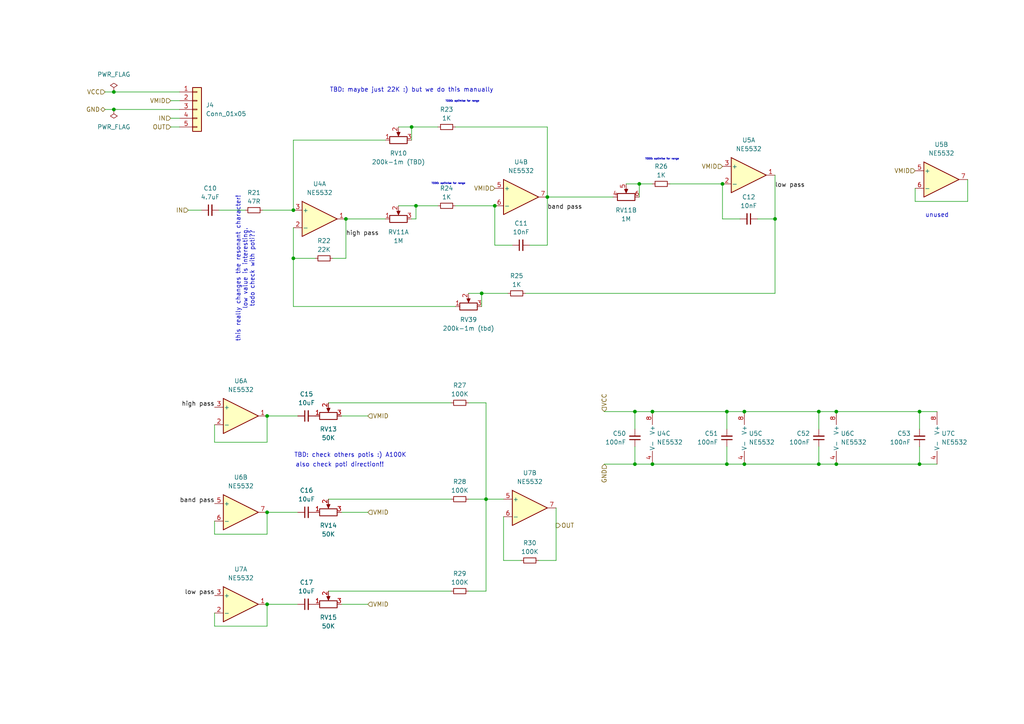
<source format=kicad_sch>
(kicad_sch (version 20231120) (generator "eeschema") (generator_version "8.0")
  (paper "A4")
  (lib_symbols
    (symbol "Amplifier_Operational:NE5532" (pin_names (offset 0.127))
      (property "Reference" "U" (at 0 5.08 0))
      (property "Value" "NE5532" (at 0 -5.08 0))
      (symbol "NE5532_1_1"
        (polyline (pts (xy -5.08 5.08) (xy 5.08 0) (xy -5.08 -5.08) (xy -5.08 5.08)) (stroke (width 0.254)) (fill (type background)))
        (pin output line (at 7.62 0 180) (length 2.54) (name "~") (number "1"))
        (pin input line (at -7.62 -2.54 0) (length 2.54) (name "-") (number "2"))
        (pin input line (at -7.62 2.54 0) (length 2.54) (name "+") (number "3"))
      )
      (symbol "NE5532_2_1"
        (polyline (pts (xy -5.08 5.08) (xy 5.08 0) (xy -5.08 -5.08) (xy -5.08 5.08)) (stroke (width 0.254)) (fill (type background)))
        (pin input line (at -7.62 2.54 0) (length 2.54) (name "+") (number "5"))
        (pin input line (at -7.62 -2.54 0) (length 2.54) (name "-") (number "6"))
        (pin output line (at 7.62 0 180) (length 2.54) (name "~") (number "7"))
      )
      (symbol "NE5532_3_1"
        (pin power_in line (at -2.54 -7.62 90) (length 3.81) (name "V-") (number "4"))
        (pin power_in line (at -2.54 7.62 270) (length 3.81) (name "V+") (number "8"))
      )
    )
    (symbol "Connector_Generic:Conn_01x05" (pin_names (offset 1.016) hide)
      (property "Reference" "J" (at 0 7.62 0))
      (property "Value" "Conn_01x05" (at 0 -7.62 0))
      (symbol "Conn_01x05_1_1"
        (rectangle (start -1.27 -4.953) (end 0 -5.207) (stroke (width 0.1524)))
        (rectangle (start -1.27 -2.413) (end 0 -2.667) (stroke (width 0.1524)))
        (rectangle (start -1.27 0.127) (end 0 -0.127) (stroke (width 0.1524)))
        (rectangle (start -1.27 2.667) (end 0 2.413) (stroke (width 0.1524)))
        (rectangle (start -1.27 5.207) (end 0 4.953) (stroke (width 0.1524)))
        (rectangle (start -1.27 6.35) (end 1.27 -6.35) (stroke (width 0.254)) (fill (type background)))
        (pin passive line (at -5.08 5.08 0) (length 3.81) (name "Pin_1") (number "1"))
        (pin passive line (at -5.08 2.54 0) (length 3.81) (name "Pin_2") (number "2"))
        (pin passive line (at -5.08 0 0) (length 3.81) (name "Pin_3") (number "3"))
        (pin passive line (at -5.08 -2.54 0) (length 3.81) (name "Pin_4") (number "4"))
        (pin passive line (at -5.08 -5.08 0) (length 3.81) (name "Pin_5") (number "5"))
      )
    )
    (symbol "Device:C_Small" (pin_numbers hide) (pin_names (offset 0.254) hide)
      (property "Reference" "C" (at 0.254 1.778 0))
      (property "Value" "C_Small" (at 0.254 -2.032 0))
      (symbol "C_Small_0_1"
        (polyline (pts (xy -1.524 -0.508) (xy 1.524 -0.508)) (stroke (width 0.3302)))
        (polyline (pts (xy -1.524 0.508) (xy 1.524 0.508)) (stroke (width 0.3048)))
      )
      (symbol "C_Small_1_1"
        (pin passive line (at 0 2.54 270) (length 2.032) (name "~") (number "1"))
        (pin passive line (at 0 -2.54 90) (length 2.032) (name "~") (number "2"))
      )
    )
    (symbol "Device:R_Potentiometer" (pin_names (offset 1.016) hide)
      (property "Reference" "RV" (at -4.445 0 90))
      (property "Value" "R_Potentiometer" (at -2.54 0 90))
      (symbol "R_Potentiometer_0_1"
        (polyline (pts (xy 2.54 0) (xy 1.524 0)))
        (polyline (pts (xy 1.143 0) (xy 2.286 0.508) (xy 2.286 -0.508) (xy 1.143 0)) (fill (type outline)))
        (rectangle (start 1.016 2.54) (end -1.016 -2.54) (stroke (width 0.254)))
      )
      (symbol "R_Potentiometer_1_1"
        (pin passive line (at 0 3.81 270) (length 1.27) (name "1") (number "1"))
        (pin passive line (at 3.81 0 180) (length 1.27) (name "2") (number "2"))
        (pin passive line (at 0 -3.81 90) (length 1.27) (name "3") (number "3"))
      )
    )
    (symbol "Device:R_Potentiometer_Dual_Separate" (pin_names (offset 1.016) hide)
      (property "Reference" "RV" (at -4.445 0 90))
      (property "Value" "R_Potentiometer_Dual_Separate" (at -2.54 0 90))
      (symbol "R_Potentiometer_Dual_Separate_0_1"
        (polyline (pts (xy 2.54 0) (xy 1.524 0)))
        (polyline (pts (xy 1.143 0) (xy 2.286 0.508) (xy 2.286 -0.508) (xy 1.143 0)) (fill (type outline)))
        (rectangle (start 1.016 2.54) (end -1.016 -2.54) (stroke (width 0.254)))
      )
      (symbol "R_Potentiometer_Dual_Separate_1_1"
        (pin passive line (at 0 3.81 270) (length 1.27) (name "1") (number "1"))
        (pin passive line (at 3.81 0 180) (length 1.27) (name "2") (number "2"))
        (pin passive line (at 0 -3.81 90) (length 1.27) (name "3") (number "3"))
      )
      (symbol "R_Potentiometer_Dual_Separate_2_1"
        (pin passive line (at 0 3.81 270) (length 1.27) (name "4") (number "4"))
        (pin passive line (at 3.81 0 180) (length 1.27) (name "5") (number "5"))
        (pin passive line (at 0 -3.81 90) (length 1.27) (name "6") (number "6"))
      )
    )
    (symbol "Device:R_Small" (pin_numbers hide) (pin_names (offset 0.254) hide)
      (property "Reference" "R" (at 0.762 0.508 0))
      (property "Value" "R_Small" (at 0.762 -1.016 0))
      (symbol "R_Small_0_1"
        (rectangle (start -0.762 1.778) (end 0.762 -1.778) (stroke (width 0.2032)))
      )
      (symbol "R_Small_1_1"
        (pin passive line (at 0 2.54 270) (length 0.762) (name "~") (number "1"))
        (pin passive line (at 0 -2.54 90) (length 0.762) (name "~") (number "2"))
      )
    )
    (symbol "power:PWR_FLAG" (power) (pin_numbers hide) (pin_names (offset 0) hide)
      (property "Value" "PWR_FLAG" (at 0 3.81 0))
      (symbol "PWR_FLAG_0_0"
        (pin power_out line (at 0 0 90) (length 0) (name "~") (number "1"))
      )
      (symbol "PWR_FLAG_0_1"
        (polyline (pts (xy 0 0) (xy 0 1.27) (xy -1.016 1.905) (xy 0 2.54) (xy 1.016 1.905) (xy 0 1.27)))
      )
    )
  )
  (junction (at 266.7 119.38))
  (junction (at 119.38 36.83))
  (junction (at 210.82 119.38))
  (junction (at 215.9 119.38))
  (junction (at 224.79 63.5))
  (junction (at 143.51 59.69))
  (junction (at 266.7 134.62))
  (junction (at 139.7 85.09))
  (junction (at 210.82 134.62))
  (junction (at 33.02 31.75))
  (junction (at 77.47 148.59))
  (junction (at 189.23 134.62))
  (junction (at 158.75 57.15))
  (junction (at 215.9 134.62))
  (junction (at 242.57 119.38))
  (junction (at 189.23 119.38))
  (junction (at 184.15 134.62))
  (junction (at 237.49 119.38))
  (junction (at 77.47 120.65))
  (junction (at 209.55 53.34))
  (junction (at 242.57 134.62))
  (junction (at 120.65 59.69))
  (junction (at 140.97 144.78))
  (junction (at 185.42 53.34))
  (junction (at 77.47 175.26))
  (junction (at 85.09 74.93))
  (junction (at 184.15 119.38))
  (junction (at 237.49 134.62))
  (junction (at 33.02 26.67))
  (junction (at 85.09 60.96))
  (junction (at 100.33 63.5))
  (wire (pts (xy 266.7 119.38) (xy 271.78 119.38)))
  (wire (pts (xy 120.65 59.69) (xy 127 59.69)))
  (wire (pts (xy 265.43 58.42) (xy 280.67 58.42)))
  (wire (pts (xy 62.23 123.19) (xy 62.23 128.27)))
  (wire (pts (xy 115.57 36.83) (xy 119.38 36.83)))
  (wire (pts (xy 152.4 85.09) (xy 224.79 85.09)))
  (wire (pts (xy 184.15 119.38) (xy 184.15 124.46)))
  (wire (pts (xy 77.47 148.59) (xy 77.47 154.94)))
  (wire (pts (xy 33.02 26.67) (xy 30.48 26.67)))
  (wire (pts (xy 62.23 151.13) (xy 62.23 154.94)))
  (wire (pts (xy 139.7 85.09) (xy 147.32 85.09)))
  (wire (pts (xy 175.26 134.62) (xy 184.15 134.62)))
  (wire (pts (xy 266.7 119.38) (xy 266.7 124.46)))
  (wire (pts (xy 130.81 171.45) (xy 95.25 171.45)))
  (wire (pts (xy 33.02 26.67) (xy 52.07 26.67)))
  (wire (pts (xy 215.9 119.38) (xy 237.49 119.38)))
  (wire (pts (xy 237.49 134.62) (xy 242.57 134.62)))
  (wire (pts (xy 58.42 60.96) (xy 54.61 60.96)))
  (wire (pts (xy 77.47 120.65) (xy 86.36 120.65)))
  (wire (pts (xy 132.08 59.69) (xy 143.51 59.69)))
  (wire (pts (xy 85.09 74.93) (xy 91.44 74.93)))
  (wire (pts (xy 111.76 40.64) (xy 85.09 40.64)))
  (wire (pts (xy 266.7 129.54) (xy 266.7 134.62)))
  (wire (pts (xy 242.57 119.38) (xy 266.7 119.38)))
  (wire (pts (xy 209.55 53.34) (xy 209.55 63.5)))
  (wire (pts (xy 266.7 134.62) (xy 271.78 134.62)))
  (wire (pts (xy 140.97 144.78) (xy 140.97 171.45)))
  (wire (pts (xy 135.89 144.78) (xy 140.97 144.78)))
  (wire (pts (xy 132.08 36.83) (xy 158.75 36.83)))
  (wire (pts (xy 139.7 85.09) (xy 139.7 88.9)))
  (wire (pts (xy 120.65 63.5) (xy 120.65 59.69)))
  (wire (pts (xy 77.47 175.26) (xy 77.47 181.61)))
  (wire (pts (xy 143.51 71.12) (xy 148.59 71.12)))
  (wire (pts (xy 77.47 148.59) (xy 86.36 148.59)))
  (wire (pts (xy 140.97 144.78) (xy 146.05 144.78)))
  (wire (pts (xy 52.07 36.83) (xy 49.53 36.83)))
  (wire (pts (xy 146.05 149.86) (xy 146.05 162.56)))
  (wire (pts (xy 62.23 177.8) (xy 62.23 181.61)))
  (wire (pts (xy 135.89 116.84) (xy 140.97 116.84)))
  (wire (pts (xy 140.97 116.84) (xy 140.97 144.78)))
  (wire (pts (xy 62.23 154.94) (xy 77.47 154.94)))
  (wire (pts (xy 62.23 181.61) (xy 77.47 181.61)))
  (wire (pts (xy 210.82 129.54) (xy 210.82 134.62)))
  (wire (pts (xy 100.33 63.5) (xy 111.76 63.5)))
  (wire (pts (xy 237.49 129.54) (xy 237.49 134.62)))
  (wire (pts (xy 184.15 134.62) (xy 189.23 134.62)))
  (wire (pts (xy 224.79 63.5) (xy 224.79 50.8)))
  (wire (pts (xy 52.07 34.29) (xy 49.53 34.29)))
  (wire (pts (xy 265.43 54.61) (xy 265.43 58.42)))
  (wire (pts (xy 194.31 53.34) (xy 209.55 53.34)))
  (wire (pts (xy 158.75 57.15) (xy 177.8 57.15)))
  (wire (pts (xy 185.42 53.34) (xy 185.42 57.15)))
  (wire (pts (xy 135.89 85.09) (xy 139.7 85.09)))
  (wire (pts (xy 210.82 119.38) (xy 215.9 119.38)))
  (wire (pts (xy 85.09 74.93) (xy 85.09 88.9)))
  (wire (pts (xy 77.47 128.27) (xy 77.47 120.65)))
  (wire (pts (xy 52.07 29.21) (xy 49.53 29.21)))
  (wire (pts (xy 209.55 63.5) (xy 214.63 63.5)))
  (wire (pts (xy 106.68 148.59) (xy 99.06 148.59)))
  (wire (pts (xy 210.82 134.62) (xy 215.9 134.62)))
  (wire (pts (xy 85.09 88.9) (xy 132.08 88.9)))
  (wire (pts (xy 280.67 58.42) (xy 280.67 52.07)))
  (wire (pts (xy 189.23 119.38) (xy 210.82 119.38)))
  (wire (pts (xy 62.23 128.27) (xy 77.47 128.27)))
  (wire (pts (xy 119.38 36.83) (xy 127 36.83)))
  (wire (pts (xy 184.15 129.54) (xy 184.15 134.62)))
  (wire (pts (xy 215.9 134.62) (xy 237.49 134.62)))
  (wire (pts (xy 106.68 175.26) (xy 99.06 175.26)))
  (wire (pts (xy 237.49 119.38) (xy 237.49 124.46)))
  (wire (pts (xy 30.48 31.75) (xy 33.02 31.75)))
  (wire (pts (xy 219.71 63.5) (xy 224.79 63.5)))
  (wire (pts (xy 242.57 134.62) (xy 266.7 134.62)))
  (wire (pts (xy 77.47 175.26) (xy 86.36 175.26)))
  (wire (pts (xy 135.89 171.45) (xy 140.97 171.45)))
  (wire (pts (xy 71.12 60.96) (xy 63.5 60.96)))
  (wire (pts (xy 181.61 53.34) (xy 185.42 53.34)))
  (wire (pts (xy 153.67 71.12) (xy 158.75 71.12)))
  (wire (pts (xy 100.33 63.5) (xy 100.33 74.93)))
  (wire (pts (xy 158.75 57.15) (xy 158.75 71.12)))
  (wire (pts (xy 146.05 162.56) (xy 151.13 162.56)))
  (wire (pts (xy 96.52 74.93) (xy 100.33 74.93)))
  (wire (pts (xy 161.29 162.56) (xy 156.21 162.56)))
  (wire (pts (xy 175.26 119.38) (xy 184.15 119.38)))
  (wire (pts (xy 76.2 60.96) (xy 85.09 60.96)))
  (wire (pts (xy 115.57 59.69) (xy 120.65 59.69)))
  (wire (pts (xy 161.29 147.32) (xy 161.29 162.56)))
  (wire (pts (xy 143.51 59.69) (xy 143.51 71.12)))
  (wire (pts (xy 99.06 120.65) (xy 106.68 120.65)))
  (wire (pts (xy 119.38 36.83) (xy 119.38 40.64)))
  (wire (pts (xy 185.42 53.34) (xy 189.23 53.34)))
  (wire (pts (xy 210.82 119.38) (xy 210.82 124.46)))
  (wire (pts (xy 33.02 31.75) (xy 52.07 31.75)))
  (wire (pts (xy 224.79 85.09) (xy 224.79 63.5)))
  (wire (pts (xy 85.09 40.64) (xy 85.09 60.96)))
  (wire (pts (xy 184.15 119.38) (xy 189.23 119.38)))
  (wire (pts (xy 130.81 144.78) (xy 95.25 144.78)))
  (wire (pts (xy 237.49 119.38) (xy 242.57 119.38)))
  (wire (pts (xy 119.38 63.5) (xy 120.65 63.5)))
  (wire (pts (xy 130.81 116.84) (xy 95.25 116.84)))
  (wire (pts (xy 85.09 66.04) (xy 85.09 74.93)))
  (wire (pts (xy 158.75 36.83) (xy 158.75 57.15)))
  (wire (pts (xy 189.23 134.62) (xy 210.82 134.62)))
  (text "TODO: optimise for range\n" (at 130.048 53.34 0) (effects (font (size 0.508 0.508))))
  (text "TODO: optimise for range\n" (at 134.112 29.464 0) (effects (font (size 0.508 0.508))))
  (text "unused\n" (at 271.78 62.484 0) (effects (font (size 1.27 1.27))))
  (text "this really changes the resonant character!\nlow value is interesting.\ntodo check with poti??" (at 71.12 77.978 90) (effects (font (size 1.27 1.27))))
  (text "TBD: maybe just 22K :) but we do this manually\n" (at 119.38 26.162 0) (effects (font (size 1.27 1.27))))
  (text "also check poti direction!!" (at 98.552 134.874 0) (effects (font (size 1.27 1.27))))
  (text "TBD: check others potis :) A100K\n" (at 101.6 132.08 0) (effects (font (size 1.27 1.27))))
  (text "TODO: optimise for range\n" (at 192.024 46.228 0) (effects (font (size 0.508 0.508))))
  (label "low pass" (at 224.79 54.61 0))
  (label "band pass" (at 62.23 146.05 180))
  (label "high pass" (at 62.23 118.11 180))
  (label "high pass" (at 100.33 68.58 0))
  (label "low pass" (at 62.23 172.72 180))
  (label "band pass" (at 158.75 60.96 0))
  (hierarchical_label "VCC" (shape input) (at 30.48 26.67 180))
  (hierarchical_label "VMID" (shape input) (at 265.43 49.53 180))
  (hierarchical_label "IN" (shape input) (at 54.61 60.96 180))
  (hierarchical_label "VMID" (shape input) (at 106.68 120.65 0))
  (hierarchical_label "VMID" (shape input) (at 106.68 148.59 0))
  (hierarchical_label "OUT" (shape output) (at 161.29 152.4 0))
  (hierarchical_label "VCC" (shape input) (at 175.26 119.38 90))
  (hierarchical_label "VMID" (shape input) (at 106.68 175.26 0))
  (hierarchical_label "GND" (shape bidirectional) (at 30.48 31.75 180))
  (hierarchical_label "GND" (shape input) (at 175.26 134.62 270))
  (hierarchical_label "VMID" (shape input) (at 209.55 48.26 180))
  (hierarchical_label "VMID" (shape input) (at 49.53 29.21 180))
  (hierarchical_label "OUT" (shape input) (at 49.53 36.83 180))
  (hierarchical_label "IN" (shape input) (at 49.53 34.29 180))
  (hierarchical_label "VMID" (shape input) (at 143.51 54.61 180))
  (symbol (lib_id "Device:C_Small") (at 151.13 71.12 90) (unit 1)
    (property "Reference" "C11" (at 151.1363 64.77 90))
    (property "Value" "10nF" (at 151.1363 67.31 90))
    (property "Footprint" "Capacitor_SMD:C_0805_2012Metric" (effects (hide yes)))
    (property "Description" "Unpolarized capacitor, small symbol" (effects (hide yes)))
  )
  (symbol (lib_id "Device:R_Small") (at 73.66 60.96 90) (unit 1)
    (property "Reference" "R21" (at 73.66 55.88 90))
    (property "Value" "47R" (at 73.66 58.42 90))
    (property "Footprint" "Resistor_SMD:R_0603_1608Metric" (effects (hide yes)))
    (property "Description" "Resistor, small symbol" (effects (hide yes)))
  )
  (symbol (lib_id "Device:C_Small") (at 60.96 60.96 90) (unit 1)
    (property "Reference" "C10" (at 60.9663 54.61 90))
    (property "Value" "4.7uF" (at 60.9663 57.15 90))
    (property "Footprint" "Capacitor_SMD:C_0805_2012Metric" (effects (hide yes)))
    (property "Description" "Unpolarized capacitor, small symbol" (effects (hide yes)))
  )
  (symbol (lib_id "Device:R_Potentiometer_Dual_Separate") (at 115.57 63.5 90) (unit 1)
    (property "Reference" "RV11" (at 115.57 67.31 90))
    (property "Value" "1M" (at 115.57 69.85 90))
    (property "Footprint" "Potentiometer_THT:Potentiometer_Alpha_RD902F-40-00D_Dual_Vertical" (effects (hide yes)))
    (property "Description" "Dual potentiometer, separate units" (effects (hide yes)))
  )
  (symbol (lib_id "Connector_Generic:Conn_01x05") (at 57.15 31.75 0) (unit 1)
    (property "Reference" "J4" (at 59.69 30.4799 0) (effects (justify left)))
    (property "Value" "Conn_01x05" (at 59.69 33.0199 0) (effects (justify left)))
    (property "Footprint" "Connector_PinSocket_2.54mm:PinSocket_1x05_P2.54mm_Vertical" (effects (hide yes)))
    (property "Description" "Generic connector, single row, 01x05, script generated (kicad-library-utils/schlib/autogen/connector/)" (effects (hide yes)))
  )
  (symbol (lib_id "Device:R_Small") (at 129.54 36.83 90) (unit 1)
    (property "Reference" "R23" (at 129.54 31.75 90))
    (property "Value" "1K" (at 129.54 34.29 90))
    (property "Footprint" "Resistor_SMD:R_0603_1608Metric" (effects (hide yes)))
    (property "Description" "Resistor, small symbol" (effects (hide yes)))
  )
  (symbol (lib_id "Device:R_Small") (at 129.54 59.69 90) (unit 1)
    (property "Reference" "R24" (at 129.54 54.61 90))
    (property "Value" "1K" (at 129.54 57.15 90))
    (property "Footprint" "Resistor_SMD:R_0603_1608Metric" (effects (hide yes)))
    (property "Description" "Resistor, small symbol" (effects (hide yes)))
  )
  (symbol (lib_id "Device:C_Small") (at 88.9 148.59 90) (unit 1)
    (property "Reference" "C16" (at 88.9063 142.24 90))
    (property "Value" "10uF" (at 88.9063 144.78 90))
    (property "Footprint" "Capacitor_SMD:C_0805_2012Metric" (effects (hide yes)))
    (property "Description" "Unpolarized capacitor, small symbol" (effects (hide yes)))
  )
  (symbol (lib_id "Device:C_Small") (at 88.9 120.65 90) (unit 1)
    (property "Reference" "C15" (at 88.9063 114.3 90))
    (property "Value" "10uF" (at 88.9063 116.84 90))
    (property "Footprint" "Capacitor_SMD:C_0805_2012Metric" (effects (hide yes)))
    (property "Description" "Unpolarized capacitor, small symbol" (effects (hide yes)))
  )
  (symbol (lib_id "Device:R_Potentiometer") (at 95.25 175.26 90) (unit 1)
    (property "Reference" "RV15" (at 95.25 179.07 90))
    (property "Value" "50K" (at 95.25 181.61 90))
    (property "Footprint" "Potentiometer_THT:RV09AF-40-ALPHA-POT" (effects (hide yes)))
    (property "Description" "Potentiometer" (effects (hide yes)))
  )
  (symbol (lib_id "Amplifier_Operational:NE5532") (at 191.77 127 0) (unit 3)
    (property "Reference" "U4" (at 190.5 125.7299 0) (effects (justify left)))
    (property "Value" "NE5532" (at 190.5 128.2699 0) (effects (justify left)))
    (property "Footprint" "easyeda2kicad:SOIC-8_L4.9-W3.9-P1.27-LS6.0-BL" (effects (hide yes)))
    (property "Datasheet" "http://www.ti.com/lit/ds/symlink/ne5532.pdf" (effects (hide yes)))
    (property "Description" "Dual Low-Noise Operational Amplifiers, DIP-8/SOIC-8" (effects (hide yes)))
  )
  (symbol (lib_id "Device:R_Small") (at 133.35 116.84 90) (unit 1)
    (property "Reference" "R27" (at 133.35 111.76 90))
    (property "Value" "100K" (at 133.35 114.3 90))
    (property "Footprint" "Resistor_SMD:R_0603_1608Metric" (effects (hide yes)))
    (property "Description" "Resistor, small symbol" (effects (hide yes)))
  )
  (symbol (lib_id "Device:R_Small") (at 149.86 85.09 90) (unit 1)
    (property "Reference" "R25" (at 149.86 80.01 90))
    (property "Value" "1K" (at 149.86 82.55 90))
    (property "Footprint" "Resistor_SMD:R_0603_1608Metric" (effects (hide yes)))
    (property "Description" "Resistor, small symbol" (effects (hide yes)))
  )
  (symbol (lib_id "Device:R_Small") (at 133.35 144.78 90) (unit 1)
    (property "Reference" "R28" (at 133.35 139.7 90))
    (property "Value" "100K" (at 133.35 142.24 90))
    (property "Footprint" "Resistor_SMD:R_0603_1608Metric" (effects (hide yes)))
    (property "Description" "Resistor, small symbol" (effects (hide yes)))
  )
  (symbol (lib_id "power:PWR_FLAG") (at 33.02 31.75 180) (unit 1)
    (property "Reference" "#FLG03" (effects (hide yes)))
    (property "Value" "PWR_FLAG" (at 33.02 36.83 0))
    (property "Description" "Special symbol for telling ERC where power comes from" (effects (hide yes)))
  )
  (symbol (lib_id "Device:C_Small") (at 88.9 175.26 90) (unit 1)
    (property "Reference" "C17" (at 88.9063 168.91 90))
    (property "Value" "10uF" (at 88.9063 171.45 90))
    (property "Footprint" "Capacitor_SMD:C_0805_2012Metric" (effects (hide yes)))
    (property "Description" "Unpolarized capacitor, small symbol" (effects (hide yes)))
  )
  (symbol (lib_id "Device:R_Potentiometer") (at 95.25 148.59 90) (unit 1)
    (property "Reference" "RV14" (at 95.25 152.4 90))
    (property "Value" "50K" (at 95.25 154.94 90))
    (property "Footprint" "Potentiometer_THT:RV09AF-40-ALPHA-POT" (effects (hide yes)))
    (property "Description" "Potentiometer" (effects (hide yes)))
  )
  (symbol (lib_id "Device:R_Potentiometer") (at 135.89 88.9 90) (unit 1)
    (property "Reference" "RV39" (at 135.89 92.71 90))
    (property "Value" "200k-1m (tbd)" (at 135.89 95.25 90))
    (property "Footprint" "Potentiometer_THT:RV09AF-40-ALPHA-POT" (effects (hide yes)))
    (property "Description" "Potentiometer" (effects (hide yes)))
  )
  (symbol (lib_id "Amplifier_Operational:NE5532") (at 153.67 147.32 0) (unit 2)
    (property "Reference" "U7" (at 153.67 137.16 0))
    (property "Value" "NE5532" (at 153.67 139.7 0))
    (property "Footprint" "easyeda2kicad:SOIC-8_L4.9-W3.9-P1.27-LS6.0-BL" (effects (hide yes)))
    (property "Datasheet" "http://www.ti.com/lit/ds/symlink/ne5532.pdf" (effects (hide yes)))
    (property "Description" "Dual Low-Noise Operational Amplifiers, DIP-8/SOIC-8" (effects (hide yes)))
  )
  (symbol (lib_id "Amplifier_Operational:NE5532") (at 273.05 52.07 0) (unit 2)
    (property "Reference" "U5" (at 273.05 41.91 0))
    (property "Value" "NE5532" (at 273.05 44.45 0))
    (property "Footprint" "easyeda2kicad:SOIC-8_L4.9-W3.9-P1.27-LS6.0-BL" (effects (hide yes)))
    (property "Datasheet" "http://www.ti.com/lit/ds/symlink/ne5532.pdf" (effects (hide yes)))
    (property "Description" "Dual Low-Noise Operational Amplifiers, DIP-8/SOIC-8" (effects (hide yes)))
  )
  (symbol (lib_id "power:PWR_FLAG") (at 33.02 26.67 0) (unit 1)
    (property "Reference" "#FLG05" (effects (hide yes)))
    (property "Value" "PWR_FLAG" (at 33.02 21.59 0))
    (property "Description" "Special symbol for telling ERC where power comes from" (effects (hide yes)))
  )
  (symbol (lib_id "Amplifier_Operational:NE5532") (at 92.71 63.5 0) (unit 1)
    (property "Reference" "U4" (at 92.71 53.34 0))
    (property "Value" "NE5532" (at 92.71 55.88 0))
    (property "Footprint" "easyeda2kicad:SOIC-8_L4.9-W3.9-P1.27-LS6.0-BL" (effects (hide yes)))
    (property "Datasheet" "http://www.ti.com/lit/ds/symlink/ne5532.pdf" (effects (hide yes)))
    (property "Description" "Dual Low-Noise Operational Amplifiers, DIP-8/SOIC-8" (effects (hide yes)))
  )
  (symbol (lib_id "Device:R_Small") (at 93.98 74.93 90) (unit 1)
    (property "Reference" "R22" (at 93.98 69.85 90))
    (property "Value" "22K" (at 93.98 72.39 90))
    (property "Footprint" "Resistor_SMD:R_0603_1608Metric" (effects (hide yes)))
    (property "Description" "Resistor, small symbol" (effects (hide yes)))
  )
  (symbol (lib_id "Device:R_Potentiometer_Dual_Separate") (at 181.61 57.15 90) (unit 2)
    (property "Reference" "RV11" (at 181.61 60.96 90))
    (property "Value" "1M" (at 181.61 63.5 90))
    (property "Footprint" "Potentiometer_THT:Potentiometer_Alpha_RD902F-40-00D_Dual_Vertical" (effects (hide yes)))
    (property "Description" "Dual potentiometer, separate units" (effects (hide yes)))
  )
  (symbol (lib_id "Device:C_Small") (at 266.7 127 0) (mirror x) (unit 1)
    (property "Reference" "C53" (at 264.16 125.7235 0) (effects (justify right)))
    (property "Value" "100nF" (at 264.16 128.2635 0) (effects (justify right)))
    (property "Footprint" "Capacitor_SMD:C_0805_2012Metric" (effects (hide yes)))
    (property "Description" "Unpolarized capacitor, small symbol" (effects (hide yes)))
  )
  (symbol (lib_id "Device:R_Small") (at 153.67 162.56 90) (unit 1)
    (property "Reference" "R30" (at 153.67 157.48 90))
    (property "Value" "100K" (at 153.67 160.02 90))
    (property "Footprint" "Resistor_SMD:R_0603_1608Metric" (effects (hide yes)))
    (property "Description" "Resistor, small symbol" (effects (hide yes)))
  )
  (symbol (lib_id "Device:R_Small") (at 133.35 171.45 90) (unit 1)
    (property "Reference" "R29" (at 133.35 166.37 90))
    (property "Value" "100K" (at 133.35 168.91 90))
    (property "Footprint" "Resistor_SMD:R_0603_1608Metric" (effects (hide yes)))
    (property "Description" "Resistor, small symbol" (effects (hide yes)))
  )
  (symbol (lib_id "Device:C_Small") (at 217.17 63.5 270) (unit 1)
    (property "Reference" "C12" (at 217.1636 57.15 90))
    (property "Value" "10nF" (at 217.1636 59.69 90))
    (property "Footprint" "Capacitor_SMD:C_0805_2012Metric" (effects (hide yes)))
    (property "Description" "Unpolarized capacitor, small symbol" (effects (hide yes)))
  )
  (symbol (lib_id "Amplifier_Operational:NE5532") (at 69.85 175.26 0) (unit 1)
    (property "Reference" "U7" (at 69.85 165.1 0))
    (property "Value" "NE5532" (at 69.85 167.64 0))
    (property "Footprint" "easyeda2kicad:SOIC-8_L4.9-W3.9-P1.27-LS6.0-BL" (effects (hide yes)))
    (property "Datasheet" "http://www.ti.com/lit/ds/symlink/ne5532.pdf" (effects (hide yes)))
    (property "Description" "Dual Low-Noise Operational Amplifiers, DIP-8/SOIC-8" (effects (hide yes)))
  )
  (symbol (lib_id "Amplifier_Operational:NE5532") (at 151.13 57.15 0) (unit 2)
    (property "Reference" "U4" (at 151.13 46.99 0))
    (property "Value" "NE5532" (at 151.13 49.53 0))
    (property "Footprint" "easyeda2kicad:SOIC-8_L4.9-W3.9-P1.27-LS6.0-BL" (effects (hide yes)))
    (property "Datasheet" "http://www.ti.com/lit/ds/symlink/ne5532.pdf" (effects (hide yes)))
    (property "Description" "Dual Low-Noise Operational Amplifiers, DIP-8/SOIC-8" (effects (hide yes)))
  )
  (symbol (lib_id "Device:R_Potentiometer") (at 95.25 120.65 90) (unit 1)
    (property "Reference" "RV13" (at 95.25 124.46 90))
    (property "Value" "50K" (at 95.25 127 90))
    (property "Footprint" "Potentiometer_THT:RV09AF-40-ALPHA-POT" (effects (hide yes)))
    (property "Description" "Potentiometer" (effects (hide yes)))
  )
  (symbol (lib_id "Device:C_Small") (at 210.82 127 0) (mirror x) (unit 1)
    (property "Reference" "C51" (at 208.28 125.7235 0) (effects (justify right)))
    (property "Value" "100nF" (at 208.28 128.2635 0) (effects (justify right)))
    (property "Footprint" "Capacitor_SMD:C_0805_2012Metric" (effects (hide yes)))
    (property "Description" "Unpolarized capacitor, small symbol" (effects (hide yes)))
  )
  (symbol (lib_id "Device:R_Potentiometer") (at 115.57 40.64 90) (unit 1)
    (property "Reference" "RV10" (at 115.57 44.45 90))
    (property "Value" "200k-1m (TBD)" (at 115.57 46.99 90))
    (property "Footprint" "Potentiometer_THT:RV09AF-40-ALPHA-POT" (effects (hide yes)))
    (property "Description" "Potentiometer" (effects (hide yes)))
  )
  (symbol (lib_id "Device:C_Small") (at 237.49 127 0) (mirror x) (unit 1)
    (property "Reference" "C52" (at 234.95 125.7235 0) (effects (justify right)))
    (property "Value" "100nF" (at 234.95 128.2635 0) (effects (justify right)))
    (property "Footprint" "Capacitor_SMD:C_0805_2012Metric" (effects (hide yes)))
    (property "Description" "Unpolarized capacitor, small symbol" (effects (hide yes)))
  )
  (symbol (lib_id "Amplifier_Operational:NE5532") (at 69.85 148.59 0) (unit 2)
    (property "Reference" "U6" (at 69.85 138.43 0))
    (property "Value" "NE5532" (at 69.85 140.97 0))
    (property "Footprint" "easyeda2kicad:SOIC-8_L4.9-W3.9-P1.27-LS6.0-BL" (effects (hide yes)))
    (property "Datasheet" "http://www.ti.com/lit/ds/symlink/ne5532.pdf" (effects (hide yes)))
    (property "Description" "Dual Low-Noise Operational Amplifiers, DIP-8/SOIC-8" (effects (hide yes)))
  )
  (symbol (lib_id "Amplifier_Operational:NE5532") (at 69.85 120.65 0) (unit 1)
    (property "Reference" "U6" (at 69.85 110.49 0))
    (property "Value" "NE5532" (at 69.85 113.03 0))
    (property "Footprint" "easyeda2kicad:SOIC-8_L4.9-W3.9-P1.27-LS6.0-BL" (effects (hide yes)))
    (property "Datasheet" "http://www.ti.com/lit/ds/symlink/ne5532.pdf" (effects (hide yes)))
    (property "Description" "Dual Low-Noise Operational Amplifiers, DIP-8/SOIC-8" (effects (hide yes)))
  )
  (symbol (lib_id "Amplifier_Operational:NE5532") (at 217.17 50.8 0) (unit 1)
    (property "Reference" "U5" (at 217.17 40.64 0))
    (property "Value" "NE5532" (at 217.17 43.18 0))
    (property "Footprint" "easyeda2kicad:SOIC-8_L4.9-W3.9-P1.27-LS6.0-BL" (effects (hide yes)))
    (property "Datasheet" "http://www.ti.com/lit/ds/symlink/ne5532.pdf" (effects (hide yes)))
    (property "Description" "Dual Low-Noise Operational Amplifiers, DIP-8/SOIC-8" (effects (hide yes)))
  )
  (symbol (lib_id "Device:C_Small") (at 184.15 127 0) (mirror x) (unit 1)
    (property "Reference" "C50" (at 181.61 125.7235 0) (effects (justify right)))
    (property "Value" "100nF" (at 181.61 128.2635 0) (effects (justify right)))
    (property "Footprint" "Capacitor_SMD:C_0805_2012Metric" (effects (hide yes)))
    (property "Description" "Unpolarized capacitor, small symbol" (effects (hide yes)))
  )
  (symbol (lib_id "Amplifier_Operational:NE5532") (at 218.44 127 0) (unit 3)
    (property "Reference" "U5" (at 217.17 125.7299 0) (effects (justify left)))
    (property "Value" "NE5532" (at 217.17 128.2699 0) (effects (justify left)))
    (property "Footprint" "easyeda2kicad:SOIC-8_L4.9-W3.9-P1.27-LS6.0-BL" (effects (hide yes)))
    (property "Datasheet" "http://www.ti.com/lit/ds/symlink/ne5532.pdf" (effects (hide yes)))
    (property "Description" "Dual Low-Noise Operational Amplifiers, DIP-8/SOIC-8" (effects (hide yes)))
  )
  (symbol (lib_id "Amplifier_Operational:NE5532") (at 274.32 127 0) (unit 3)
    (property "Reference" "U7" (at 273.05 125.7299 0) (effects (justify left)))
    (property "Value" "NE5532" (at 273.05 128.2699 0) (effects (justify left)))
    (property "Footprint" "easyeda2kicad:SOIC-8_L4.9-W3.9-P1.27-LS6.0-BL" (effects (hide yes)))
    (property "Datasheet" "http://www.ti.com/lit/ds/symlink/ne5532.pdf" (effects (hide yes)))
    (property "Description" "Dual Low-Noise Operational Amplifiers, DIP-8/SOIC-8" (effects (hide yes)))
  )
  (symbol (lib_id "Device:R_Small") (at 191.77 53.34 90) (unit 1)
    (property "Reference" "R26" (at 191.77 48.26 90))
    (property "Value" "1K" (at 191.77 50.8 90))
    (property "Footprint" "Resistor_SMD:R_0603_1608Metric" (effects (hide yes)))
    (property "Description" "Resistor, small symbol" (effects (hide yes)))
  )
  (symbol (lib_id "Amplifier_Operational:NE5532") (at 245.11 127 0) (unit 3)
    (property "Reference" "U6" (at 243.84 125.7299 0) (effects (justify left)))
    (property "Value" "NE5532" (at 243.84 128.2699 0) (effects (justify left)))
    (property "Footprint" "easyeda2kicad:SOIC-8_L4.9-W3.9-P1.27-LS6.0-BL" (effects (hide yes)))
    (property "Datasheet" "http://www.ti.com/lit/ds/symlink/ne5532.pdf" (effects (hide yes)))
    (property "Description" "Dual Low-Noise Operational Amplifiers, DIP-8/SOIC-8" (effects (hide yes)))
  )
)
</source>
